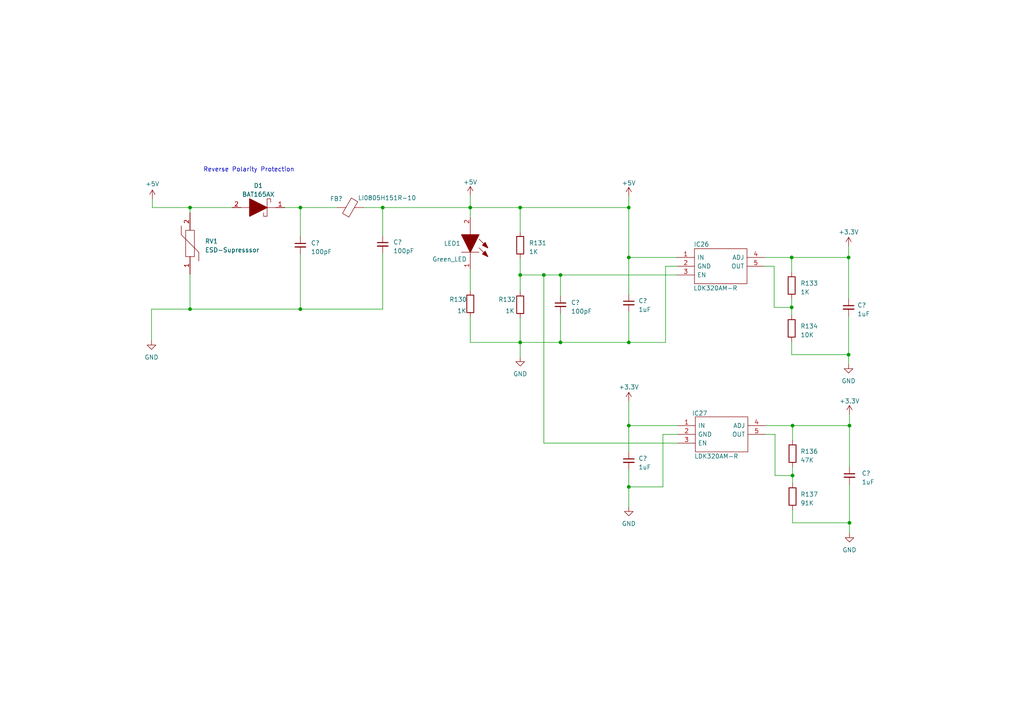
<source format=kicad_sch>
(kicad_sch (version 20230121) (generator eeschema)
  (paper "A4")
  (lib_symbols
    (symbol "Device:C_Small" (pin_numbers hide) (pin_names (offset 0.254) hide)
      (property "Reference" "C" (at 0.254 1.778 0))
      (property "Value" "C_Small" (at 0.254 -2.032 0))
      (symbol "C_Small_0_1"
        (polyline (pts (xy -1.524 -0.508) (xy 1.524 -0.508)) (stroke (width 0.3302)))
        (polyline (pts (xy -1.524 0.508) (xy 1.524 0.508)) (stroke (width 0.3048)))
      )
      (symbol "C_Small_1_1"
        (pin passive line (at 0 2.54 270) (length 2.032) (name "~") (number "1"))
        (pin passive line (at 0 -2.54 90) (length 2.032) (name "~") (number "2"))
      )
    )
    (symbol "Device:FerriteBead" (pin_numbers hide) (pin_names (offset 0))
      (property "Reference" "FB" (at -3.81 0.635 90))
      (property "Value" "FerriteBead" (at 3.81 0 90))
      (symbol "FerriteBead_0_1"
        (polyline (pts (xy 0 -1.27) (xy 0 -1.2192)))
        (polyline (pts (xy 0 1.27) (xy 0 1.2954)))
        (polyline (pts (xy -2.7686 0.4064) (xy -1.7018 2.2606) (xy 2.7686 -0.3048) (xy 1.6764 -2.159) (xy -2.7686 0.4064)))
      )
      (symbol "FerriteBead_1_1"
        (pin passive line (at 0 3.81 270) (length 2.54) (name "~") (number "1"))
        (pin passive line (at 0 -3.81 90) (length 2.54) (name "~") (number "2"))
      )
    )
    (symbol "Device:R" (pin_numbers hide) (pin_names (offset 0))
      (property "Reference" "R" (at 2.032 0 90))
      (property "Value" "R" (at 0 0 90))
      (symbol "R_0_1"
        (rectangle (start -1.016 -2.54) (end 1.016 2.54) (stroke (width 0.254)))
      )
      (symbol "R_1_1"
        (pin passive line (at 0 3.81 270) (length 1.27) (name "~") (number "1"))
        (pin passive line (at 0 -3.81 90) (length 1.27) (name "~") (number "2"))
      )
    )
    (symbol "Fermion_1:BAT165AX" (pin_names (offset 0.762))
      (property "Reference" "D" (at 12.7 8.89 0))
      (property "Value" "BAT165AX" (at 12.7 6.35 0))
      (symbol "BAT165AX_0_0"
        (pin passive line (at 2.54 0 0) (length 2.54) (name "~") (number "1"))
        (pin passive line (at 17.78 0 180) (length 2.54) (name "~") (number "2"))
      )
      (symbol "BAT165AX_0_1"
        (polyline (pts (xy 5.08 0) (xy 7.62 0)) (stroke (width 0.1524)))
        (polyline (pts (xy 7.62 2.54) (xy 7.62 -2.54)) (stroke (width 0.1524)))
        (polyline (pts (xy 12.7 0) (xy 15.24 0)) (stroke (width 0.1524)))
        (polyline (pts (xy 7.62 -2.54) (xy 6.604 -2.54) (xy 6.604 -1.524)) (stroke (width 0.1524)))
        (polyline (pts (xy 7.62 2.54) (xy 8.636 2.54) (xy 8.636 1.524)) (stroke (width 0.1524)))
        (polyline (pts (xy 7.62 0) (xy 12.7 2.54) (xy 12.7 -2.54) (xy 7.62 0)) (stroke (width 0.254)) (fill (type outline)))
      )
    )
    (symbol "Fermion_1:ESD-Supresssor" (pin_names (offset 0.762))
      (property "Reference" "RV" (at -6.35 6.35 0))
      (property "Value" "ESD-Supresssor" (at -5.08 -12.7 0))
      (symbol "ESD-Supresssor_0_0"
        (pin passive line (at 0 -8.89 90) (length 5.08) (name "~") (number "1"))
        (pin passive line (at 0 8.89 270) (length 5.08) (name "~") (number "2"))
      )
      (symbol "ESD-Supresssor_0_1"
        (polyline (pts (xy 2.54 -5.08) (xy 2.54 -2.54) (xy -2.54 2.54) (xy -2.54 5.08)) (stroke (width 0.1524)))
        (polyline (pts (xy -1.27 -3.81) (xy -1.27 3.81) (xy 1.27 3.81) (xy 1.27 -3.81) (xy -1.27 -3.81)) (stroke (width 0.1524)))
      )
    )
    (symbol "Fermion_1:Green_LED" (pin_names (offset 0.762))
      (property "Reference" "LED" (at 12.7 8.89 0))
      (property "Value" "Green_LED" (at 12.7 6.35 0))
      (symbol "Green_LED_0_0"
        (pin passive line (at 0 0 0) (length 2.54) (name "~") (number "1"))
        (pin passive line (at 15.24 0 180) (length 2.54) (name "~") (number "2"))
      )
      (symbol "Green_LED_0_1"
        (polyline (pts (xy 2.54 0) (xy 5.08 0)) (stroke (width 0.1524)))
        (polyline (pts (xy 5.08 2.54) (xy 5.08 -2.54)) (stroke (width 0.1524)))
        (polyline (pts (xy 6.35 2.54) (xy 3.81 5.08)) (stroke (width 0.1524)))
        (polyline (pts (xy 8.89 2.54) (xy 6.35 5.08)) (stroke (width 0.1524)))
        (polyline (pts (xy 10.16 0) (xy 12.7 0)) (stroke (width 0.1524)))
        (polyline (pts (xy 5.08 0) (xy 10.16 2.54) (xy 10.16 -2.54) (xy 5.08 0)) (stroke (width 0.254)) (fill (type outline)))
        (polyline (pts (xy 5.334 4.318) (xy 4.572 3.556) (xy 3.81 5.08) (xy 5.334 4.318)) (stroke (width 0.254)) (fill (type outline)))
        (polyline (pts (xy 7.874 4.318) (xy 7.112 3.556) (xy 6.35 5.08) (xy 7.874 4.318)) (stroke (width 0.254)) (fill (type outline)))
      )
    )
    (symbol "Fermion_1:LDO_regulator" (pin_names (offset 0.762))
      (property "Reference" "IC" (at 21.59 7.62 0))
      (property "Value" "LDO_regulator" (at 21.59 5.08 0))
      (symbol "LDO_regulator_0_0"
        (pin passive line (at 0 0 0) (length 5.08) (name "IN") (number "1"))
        (pin passive line (at 0 -2.54 0) (length 5.08) (name "GND") (number "2"))
        (pin passive line (at 0 -5.08 0) (length 5.08) (name "EN") (number "3"))
        (pin passive line (at 25.4 0 180) (length 5.08) (name "ADJ") (number "4"))
        (pin passive line (at 25.4 -2.54 180) (length 5.08) (name "OUT") (number "5"))
      )
      (symbol "LDO_regulator_0_1"
        (polyline (pts (xy 5.08 2.54) (xy 20.32 2.54) (xy 20.32 -7.62) (xy 5.08 -7.62) (xy 5.08 2.54)) (stroke (width 0.1524)))
      )
    )
    (symbol "power:+3.3V" (power) (pin_names (offset 0))
      (property "Value" "+3.3V" (at 0 3.556 0))
      (symbol "+3.3V_0_1"
        (polyline (pts (xy -0.762 1.27) (xy 0 2.54)))
        (polyline (pts (xy 0 0) (xy 0 2.54)))
        (polyline (pts (xy 0 2.54) (xy 0.762 1.27)))
      )
      (symbol "+3.3V_1_1"
        (pin power_in line (at 0 0 90) (length 0) hide (name "+3.3V") (number "1"))
      )
    )
    (symbol "power:+5V" (power) (pin_names (offset 0))
      (property "Value" "+5V" (at 0 3.556 0))
      (symbol "+5V_0_1"
        (polyline (pts (xy -0.762 1.27) (xy 0 2.54)))
        (polyline (pts (xy 0 0) (xy 0 2.54)))
        (polyline (pts (xy 0 2.54) (xy 0.762 1.27)))
      )
      (symbol "+5V_1_1"
        (pin power_in line (at 0 0 90) (length 0) hide (name "+5V") (number "1"))
      )
    )
    (symbol "power:GND" (power) (pin_names (offset 0))
      (property "Value" "GND" (at 0 -3.81 0))
      (symbol "GND_0_1"
        (polyline (pts (xy 0 0) (xy 0 -1.27) (xy 1.27 -1.27) (xy 0 -2.54) (xy -1.27 -1.27) (xy 0 -1.27)))
      )
      (symbol "GND_1_1"
        (pin power_in line (at 0 0 270) (length 0) hide (name "GND") (number "1"))
      )
    )
  )
  (junction (at 55.118 60.198))
  (junction (at 136.398 60.198))
  (junction (at 182.372 60.198))
  (junction (at 229.616 74.676))
  (junction (at 157.734 79.756))
  (junction (at 87.122 89.662))
  (junction (at 229.87 137.922))
  (junction (at 162.56 99.314))
  (junction (at 150.876 79.756))
  (junction (at 246.126 74.676))
  (junction (at 246.38 123.444))
  (junction (at 229.87 123.444))
  (junction (at 229.616 89.154))
  (junction (at 182.372 74.676))
  (junction (at 87.122 60.198))
  (junction (at 182.372 99.314))
  (junction (at 110.998 60.198))
  (junction (at 246.126 102.87))
  (junction (at 182.372 123.444))
  (junction (at 246.38 151.638))
  (junction (at 182.372 141.224))
  (junction (at 150.876 60.198))
  (junction (at 150.876 99.314))
  (junction (at 55.118 89.662))
  (junction (at 162.56 79.756))
  (wire (pts (xy 162.56 99.314) (xy 150.876 99.314)))
  (wire (pts (xy 105.41 60.198) (xy 110.998 60.198)))
  (wire (pts (xy 55.118 60.198) (xy 67.31 60.198)))
  (wire (pts (xy 55.118 89.662) (xy 87.122 89.662)))
  (wire (pts (xy 246.126 102.87) (xy 246.126 105.664)))
  (wire (pts (xy 55.118 61.722) (xy 55.118 60.198)))
  (wire (pts (xy 82.55 60.198) (xy 87.122 60.198)))
  (wire (pts (xy 43.942 89.662) (xy 55.118 89.662)))
  (wire (pts (xy 157.734 79.756) (xy 157.734 128.524)))
  (wire (pts (xy 246.38 151.638) (xy 246.38 154.686)))
  (wire (pts (xy 224.536 77.216) (xy 224.536 89.154)))
  (wire (pts (xy 192.278 141.224) (xy 182.372 141.224)))
  (wire (pts (xy 229.87 123.444) (xy 246.38 123.444)))
  (wire (pts (xy 246.38 123.444) (xy 246.38 135.382)))
  (wire (pts (xy 182.372 116.332) (xy 182.372 123.444)))
  (wire (pts (xy 150.876 60.198) (xy 182.372 60.198)))
  (wire (pts (xy 182.372 60.198) (xy 182.372 74.676)))
  (wire (pts (xy 246.126 91.694) (xy 246.126 102.87)))
  (wire (pts (xy 182.372 141.224) (xy 182.372 147.066)))
  (wire (pts (xy 196.596 128.524) (xy 157.734 128.524)))
  (wire (pts (xy 229.87 135.382) (xy 229.87 137.922)))
  (wire (pts (xy 182.372 74.676) (xy 182.372 85.344)))
  (wire (pts (xy 229.616 74.676) (xy 229.616 78.994)))
  (wire (pts (xy 229.616 102.87) (xy 246.126 102.87)))
  (wire (pts (xy 150.876 99.314) (xy 150.876 103.632)))
  (wire (pts (xy 182.372 123.444) (xy 196.596 123.444)))
  (wire (pts (xy 246.38 140.462) (xy 246.38 151.638)))
  (wire (pts (xy 150.876 92.202) (xy 150.876 99.314)))
  (wire (pts (xy 55.118 79.502) (xy 55.118 89.662)))
  (wire (pts (xy 182.372 131.064) (xy 182.372 123.444)))
  (wire (pts (xy 162.56 79.756) (xy 162.56 85.852)))
  (wire (pts (xy 182.372 99.314) (xy 162.56 99.314)))
  (wire (pts (xy 150.876 60.198) (xy 150.876 67.31)))
  (wire (pts (xy 136.398 60.198) (xy 150.876 60.198)))
  (wire (pts (xy 44.196 60.198) (xy 55.118 60.198)))
  (wire (pts (xy 224.79 125.984) (xy 224.79 137.922)))
  (wire (pts (xy 150.876 74.93) (xy 150.876 79.756)))
  (wire (pts (xy 87.122 60.198) (xy 97.79 60.198)))
  (wire (pts (xy 229.87 151.638) (xy 246.38 151.638)))
  (wire (pts (xy 150.876 79.756) (xy 150.876 84.582)))
  (wire (pts (xy 182.372 74.676) (xy 196.342 74.676)))
  (wire (pts (xy 229.87 123.444) (xy 229.87 127.762)))
  (wire (pts (xy 246.38 120.142) (xy 246.38 123.444)))
  (wire (pts (xy 229.616 74.676) (xy 246.126 74.676)))
  (wire (pts (xy 162.56 90.932) (xy 162.56 99.314)))
  (wire (pts (xy 162.56 79.756) (xy 196.342 79.756)))
  (wire (pts (xy 110.998 60.198) (xy 110.998 68.326)))
  (wire (pts (xy 110.998 89.662) (xy 110.998 73.406)))
  (wire (pts (xy 136.398 78.232) (xy 136.398 84.328)))
  (wire (pts (xy 192.278 125.984) (xy 192.278 141.224)))
  (wire (pts (xy 221.996 125.984) (xy 224.79 125.984)))
  (wire (pts (xy 87.122 89.662) (xy 110.998 89.662)))
  (wire (pts (xy 136.398 91.948) (xy 136.398 99.314)))
  (wire (pts (xy 229.87 137.922) (xy 229.87 140.208)))
  (wire (pts (xy 246.126 74.676) (xy 246.126 86.614)))
  (wire (pts (xy 157.734 79.756) (xy 162.56 79.756)))
  (wire (pts (xy 136.398 56.642) (xy 136.398 60.198)))
  (wire (pts (xy 224.79 137.922) (xy 229.87 137.922)))
  (wire (pts (xy 229.616 89.154) (xy 229.616 91.44)))
  (wire (pts (xy 193.04 77.216) (xy 193.04 99.314)))
  (wire (pts (xy 150.876 79.756) (xy 157.734 79.756)))
  (wire (pts (xy 87.122 73.66) (xy 87.122 89.662)))
  (wire (pts (xy 43.942 89.662) (xy 43.942 98.806)))
  (wire (pts (xy 193.04 99.314) (xy 182.372 99.314)))
  (wire (pts (xy 44.196 57.658) (xy 44.196 60.198)))
  (wire (pts (xy 110.998 60.198) (xy 136.398 60.198)))
  (wire (pts (xy 229.616 86.614) (xy 229.616 89.154)))
  (wire (pts (xy 136.398 99.314) (xy 150.876 99.314)))
  (wire (pts (xy 229.616 99.06) (xy 229.616 102.87)))
  (wire (pts (xy 182.372 136.144) (xy 182.372 141.224)))
  (wire (pts (xy 221.742 74.676) (xy 229.616 74.676)))
  (wire (pts (xy 182.372 90.424) (xy 182.372 99.314)))
  (wire (pts (xy 196.596 125.984) (xy 192.278 125.984)))
  (wire (pts (xy 229.87 147.828) (xy 229.87 151.638)))
  (wire (pts (xy 221.996 123.444) (xy 229.87 123.444)))
  (wire (pts (xy 87.122 68.58) (xy 87.122 60.198)))
  (wire (pts (xy 136.398 60.198) (xy 136.398 62.992)))
  (wire (pts (xy 182.372 56.896) (xy 182.372 60.198)))
  (wire (pts (xy 246.126 71.374) (xy 246.126 74.676)))
  (wire (pts (xy 224.536 89.154) (xy 229.616 89.154)))
  (wire (pts (xy 221.742 77.216) (xy 224.536 77.216)))
  (wire (pts (xy 196.342 77.216) (xy 193.04 77.216)))
  (text "Reverse Polarity Protection\n" (at 58.928 50.038 0) (effects (font (size 1.27 1.27)) (justify left bottom)))
  (symbol (lib_id "Device:R") (at 136.398 88.138 0) (unit 1)
    (property "Reference" "R130" (at 130.302 86.868 0) (effects (justify left)))
    (property "Value" "1K" (at 132.588 90.17 0) (effects (justify left)))
    (property "Footprint" "Fermion_1:RES0402" (effects hide))
  )
  (symbol (lib_id "Device:R") (at 229.616 95.25 0) (unit 1)
    (property "Reference" "R134" (at 232.156 94.615 0) (effects (justify left)))
    (property "Value" "10K" (at 232.156 97.155 0) (effects (justify left)))
    (property "Footprint" "Fermion_1:RES0402" (effects hide))
  )
  (symbol (lib_id "Device:C_Small") (at 246.38 137.922 0) (unit 1)
    (property "Reference" "C?" (at 249.936 137.2933 0) (effects (justify left)))
    (property "Value" "1uF" (at 249.936 139.8333 0) (effects (justify left)))
    (property "Footprint" "Capacitor_SMD:C_0402_1005Metric" (effects hide))
    (instances (project "EMG_2" (path "" (reference "C?") (unit 1)) (path "" (reference "C70") (unit 1))))
  )
  (symbol (lib_id "power:+5V") (at 44.196 57.658 0) (unit 1)
    (property "Reference" "#PWR012" (effects hide))
    (property "Value" "+5V" (at 44.196 53.34 0))
  )
  (symbol (lib_id "power:GND") (at 246.38 154.686 0) (unit 1)
    (property "Reference" "#PWR028" (effects hide))
    (property "Value" "GND" (at 246.38 159.512 0))
  )
  (symbol (lib_id "Device:C_Small") (at 246.126 89.154 0) (unit 1)
    (property "Reference" "C?" (at 248.666 88.5253 0) (effects (justify left)))
    (property "Value" "1uF" (at 248.666 91.0653 0) (effects (justify left)))
    (property "Footprint" "Capacitor_SMD:C_0402_1005Metric" (effects hide))
    (instances (project "EMG_2" (path "" (reference "C?") (unit 1)) (path "" (reference "C68") (unit 1))))
  )
  (symbol (lib_id "Device:C_Small") (at 162.56 88.392 0) (unit 1)
    (property "Reference" "C?" (at 165.608 87.7633 0) (effects (justify left)))
    (property "Value" "100pF" (at 165.608 90.3033 0) (effects (justify left)))
    (property "Footprint" "Capacitor_SMD:C_0402_1005Metric" (effects hide))
    (instances (project "EMG_2" (path "" (reference "C?") (unit 1)) (path "" (reference "C66") (unit 1))))
  )
  (symbol (lib_id "Fermion_1:BAT165AX") (at 85.09 60.198 180) (unit 1)
    (property "Reference" "D1" (at 74.93 53.848 0))
    (property "Value" "BAT165AX" (at 74.93 56.388 0))
    (property "Footprint" "Fermion_1:BAT165AX" (effects hide))
    (property "Datasheet" "https://assets.nexperia.com/documents/data-sheet/BAT165A.pdf" (effects hide))
    (property "Description" "40V, 0.75A medium power Schottky barrier rectifier" (effects hide))
    (property "Height" "1.1" (effects hide))
    (property "Mouser Part Number" "771-BAT165AX" (effects hide))
    (property "Mouser Price/Stock" "https://www.mouser.co.uk/ProductDetail/Nexperia/BAT165AX?qs=1fQ7IOp4WriMQ9TlJoQ5jw%3D%3D" (effects hide))
    (property "Manufacturer_Name" "Nexperia" (effects hide))
    (property "Manufacturer_Part_Number" "BAT165AX" (effects hide))
  )
  (symbol (lib_id "power:+3.3V") (at 182.372 116.332 0) (unit 1)
    (property "Reference" "#PWR026" (effects hide))
    (property "Value" "+3.3V" (at 182.372 112.268 0))
  )
  (symbol (lib_id "Device:R") (at 229.616 82.804 0) (unit 1)
    (property "Reference" "R133" (at 232.156 82.169 0) (effects (justify left)))
    (property "Value" "1K" (at 232.156 84.709 0) (effects (justify left)))
    (property "Footprint" "Fermion_1:RES0402" (effects hide))
  )
  (symbol (lib_id "Device:C_Small") (at 87.122 71.12 0) (unit 1)
    (property "Reference" "C?" (at 90.17 70.4913 0) (effects (justify left)))
    (property "Value" "100pF" (at 90.17 73.0313 0) (effects (justify left)))
    (property "Footprint" "Capacitor_SMD:C_0402_1005Metric" (effects hide))
    (instances (project "EMG_2" (path "" (reference "C?") (unit 1)) (path "" (reference "C64") (unit 1))))
  )
  (symbol (lib_id "power:GND") (at 43.942 98.806 0) (unit 1)
    (property "Reference" "#PWR014" (effects hide))
    (property "Value" "GND" (at 43.942 103.632 0))
  )
  (symbol (lib_id "Fermion_1:Green_LED") (at 136.398 78.232 270) (mirror x) (unit 1)
    (property "Reference" "LED1" (at 133.604 70.612 90) (effects (justify right)))
    (property "Value" "Green_LED" (at 135.382 75.184 90) (effects (justify right)))
    (property "Footprint" "Fermion_1:SMLP14ECNWT86-LED" (effects hide))
    (property "Datasheet" "https://fscdn.rohm.com/en/products/databook/datasheet/opto/led/chip_mono/smlp14ecnwt86-e.pdf" (effects hide))
    (property "Description" "Standard LEDs - SMD LED GREEN 0603 HIGH BRIGHTNESS" (effects hide))
    (property "Height" "0.25" (effects hide))
    (property "Manufacturer_Name" "ROHM Semiconductor" (effects hide))
    (property "Manufacturer_Part_Number" "SMLP14ECNWT86" (effects hide))
  )
  (symbol (lib_id "Device:R") (at 150.876 71.12 0) (unit 1)
    (property "Reference" "R131" (at 153.416 70.485 0) (effects (justify left)))
    (property "Value" "1K" (at 153.416 73.025 0) (effects (justify left)))
    (property "Footprint" "Fermion_1:RES0402" (effects hide))
  )
  (symbol (lib_id "Device:R") (at 229.87 144.018 0) (unit 1)
    (property "Reference" "R137" (at 232.156 143.383 0) (effects (justify left)))
    (property "Value" "91K" (at 232.156 145.923 0) (effects (justify left)))
    (property "Footprint" "Fermion_1:RES0402" (effects hide))
  )
  (symbol (lib_id "Device:C_Small") (at 110.998 70.866 0) (unit 1)
    (property "Reference" "C?" (at 114.046 70.2373 0) (effects (justify left)))
    (property "Value" "100pF" (at 114.046 72.7773 0) (effects (justify left)))
    (property "Footprint" "Capacitor_SMD:C_0402_1005Metric" (effects hide))
    (instances (project "EMG_2" (path "" (reference "C?") (unit 1)) (path "" (reference "C65") (unit 1))))
  )
  (symbol (lib_id "Fermion_1:ESD-Supresssor") (at 55.118 70.612 0) (unit 1)
    (property "Reference" "RV1" (at 59.436 69.977 0) (effects (justify left)))
    (property "Value" "ESD-Supresssor" (at 59.436 72.517 0) (effects (justify left)))
    (property "Footprint" "Fermion_1:VARC1005X41N_ESDsup" (effects hide))
    (property "Datasheet" "https://bourns.com/docs/product-datasheets/mlu.pdf?sfvrsn=1940d498_27" (effects hide))
    (property "Description" "ESD Suppressors / TVS Diodes CHIP GUARD 12VOLT" (effects hide))
    (property "Height" "0.41" (effects hide))
    (property "Mouser Part Number" "652-CG0402MLU-12G" (effects hide))
    (property "Mouser Price/Stock" "https://www.mouser.co.uk/ProductDetail/Bourns/CG0402MLU-12G?qs=m8myXnDJXpUNz33UIHxVhA%3D%3D" (effects hide))
    (property "Manufacturer_Name" "Bourns" (effects hide))
    (property "Manufacturer_Part_Number" "CG0402MLU-12G" (effects hide))
  )
  (symbol (lib_id "power:+3.3V") (at 246.38 120.142 0) (unit 1)
    (property "Reference" "#PWR029" (effects hide))
    (property "Value" "+1.8V" (at 246.38 116.332 0))
  )
  (symbol (lib_id "power:GND") (at 246.126 105.664 0) (unit 1)
    (property "Reference" "#PWR016" (effects hide))
    (property "Value" "GND" (at 246.126 110.49 0))
  )
  (symbol (lib_id "power:+5V") (at 182.372 56.896 0) (unit 1)
    (property "Reference" "#PWR015" (effects hide))
    (property "Value" "+5V_FILT" (at 182.372 53.086 0))
  )
  (symbol (lib_id "Fermion_1:LDO_regulator") (at 196.596 123.444 0) (unit 1)
    (property "Reference" "IC27" (at 202.946 119.888 0))
    (property "Value" "LDK320AM-R" (at 207.772 132.334 0))
    (property "Footprint" "Fermion_1:LDO_SOT95P280X145-5N" (effects hide))
    (property "Datasheet" "https://componentsearchengine.com/Datasheets/1/LDK320AM-R.pdf" (effects hide))
    (property "Description" "LDO Voltage Regulators 200 mA low quiescent current and high PSRR voltage regulator" (effects hide))
    (property "Height" "1.45" (effects hide))
    (property "Mouser Part Number" "511-LDK320AM-R" (effects hide))
    (property "Mouser Price/Stock" "https://www.mouser.co.uk/ProductDetail/STMicroelectronics/LDK320AM-R?qs=iR2ablhfrmEQVY8ESb5QMg%3D%3D" (effects hide))
    (property "Manufacturer_Name" "STMicroelectronics" (effects hide))
    (property "Manufacturer_Part_Number" "LDK320AM-R" (effects hide))
  )
  (symbol (lib_id "Device:FerriteBead") (at 101.6 60.198 90) (unit 1)
    (property "Reference" "FB?" (at 97.536 57.658 90))
    (property "Value" "LI0805H151R-10" (at 112.268 57.404 90))
    (property "Footprint" "Fermion_1:BEADC2012X110N" (effects hide))
    (instances (project "EMG_2" (path "" (reference "FB?") (unit 1)) (path "" (reference "FB2") (unit 1))))
  )
  (symbol (lib_id "Device:R") (at 229.87 131.572 0) (unit 1)
    (property "Reference" "R136" (at 232.156 130.937 0) (effects (justify left)))
    (property "Value" "47K" (at 232.156 133.477 0) (effects (justify left)))
    (property "Footprint" "Fermion_1:RES0402" (effects hide))
  )
  (symbol (lib_id "Fermion_1:LDO_regulator") (at 196.342 74.676 0) (unit 1)
    (property "Reference" "IC26" (at 203.454 70.866 0))
    (property "Value" "LDK320AM-R" (at 207.518 83.566 0))
    (property "Footprint" "Fermion_1:LDO_SOT95P280X145-5N" (effects hide))
    (property "Datasheet" "https://componentsearchengine.com/Datasheets/1/LDK320AM-R.pdf" (effects hide))
    (property "Description" "LDO Voltage Regulators 200 mA low quiescent current and high PSRR voltage regulator" (effects hide))
    (property "Height" "1.45" (effects hide))
    (property "Mouser Part Number" "511-LDK320AM-R" (effects hide))
    (property "Mouser Price/Stock" "https://www.mouser.co.uk/ProductDetail/STMicroelectronics/LDK320AM-R?qs=iR2ablhfrmEQVY8ESb5QMg%3D%3D" (effects hide))
    (property "Manufacturer_Name" "STMicroelectronics" (effects hide))
    (property "Manufacturer_Part_Number" "LDK320AM-R" (effects hide))
  )
  (symbol (lib_id "power:+5V") (at 136.398 56.642 0) (unit 1)
    (property "Reference" "#PWR021" (effects hide))
    (property "Value" "+V_USB_Filt" (at 136.398 52.832 0))
    (instances (project "EMG_2" (path "" (reference "#PWR021") (unit 1)) (path "" (reference "#PWR022") (unit 1))))
  )
  (symbol (lib_id "power:+3.3V") (at 246.126 71.374 0) (unit 1)
    (property "Reference" "#PWR017" (effects hide))
    (property "Value" "+3.3V" (at 246.126 67.31 0))
  )
  (symbol (lib_id "power:GND") (at 182.372 147.066 0) (unit 1)
    (property "Reference" "#PWR027" (effects hide))
    (property "Value" "GND" (at 182.372 151.892 0))
  )
  (symbol (lib_id "power:GND") (at 150.876 103.632 0) (unit 1)
    (property "Reference" "#PWR013" (effects hide))
    (property "Value" "GND" (at 150.876 108.458 0))
  )
  (symbol (lib_id "Device:C_Small") (at 182.372 133.604 0) (unit 1)
    (property "Reference" "C?" (at 185.166 132.9753 0) (effects (justify left)))
    (property "Value" "1uF" (at 185.166 135.5153 0) (effects (justify left)))
    (property "Footprint" "Capacitor_SMD:C_0402_1005Metric" (effects hide))
    (instances (project "EMG_2" (path "" (reference "C?") (unit 1)) (path "" (reference "C69") (unit 1))))
  )
  (symbol (lib_id "Device:C_Small") (at 182.372 87.884 0) (unit 1)
    (property "Reference" "C?" (at 185.166 87.2553 0) (effects (justify left)))
    (property "Value" "1uF" (at 185.166 89.7953 0) (effects (justify left)))
    (property "Footprint" "Capacitor_SMD:C_0402_1005Metric" (effects hide))
    (instances (project "EMG_2" (path "" (reference "C?") (unit 1)) (path "" (reference "C67") (unit 1))))
  )
  (symbol (lib_id "Device:R") (at 150.876 88.392 0) (unit 1)
    (property "Reference" "R132" (at 144.526 86.868 0) (effects (justify left)))
    (property "Value" "1K" (at 146.558 90.17 0) (effects (justify left)))
    (property "Footprint" "Fermion_1:RES0402" (effects hide))
  )
)
</source>
